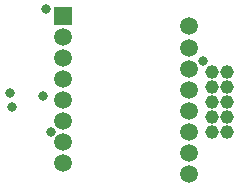
<source format=gbs>
G04*
G04 #@! TF.GenerationSoftware,Altium Limited,Altium Designer,21.2.0 (30)*
G04*
G04 Layer_Color=16711935*
%FSLAX44Y44*%
%MOMM*%
G71*
G04*
G04 #@! TF.SameCoordinates,44CE51AA-34C3-4629-AC8C-4D89846EA20E*
G04*
G04*
G04 #@! TF.FilePolarity,Negative*
G04*
G01*
G75*
%ADD21C,1.5032*%
%ADD22R,1.5032X1.5032*%
%ADD23C,1.1500*%
%ADD24C,0.8032*%
D21*
X53510Y-41310D02*
D03*
Y-23510D02*
D03*
Y-59110D02*
D03*
Y47690D02*
D03*
Y29890D02*
D03*
Y12090D02*
D03*
Y-5710D02*
D03*
Y-76910D02*
D03*
X-53490Y-68010D02*
D03*
Y-50210D02*
D03*
Y-32410D02*
D03*
Y-14610D02*
D03*
Y3190D02*
D03*
Y20990D02*
D03*
Y38790D02*
D03*
D22*
Y56590D02*
D03*
D23*
X73300Y-41650D02*
D03*
Y-28950D02*
D03*
Y-16250D02*
D03*
Y-3550D02*
D03*
Y9150D02*
D03*
X86000Y-41650D02*
D03*
Y-28950D02*
D03*
Y-16250D02*
D03*
Y-3550D02*
D03*
Y9150D02*
D03*
D24*
X-69887Y-11398D02*
D03*
X65329Y18520D02*
D03*
X-96644Y-20803D02*
D03*
X-97684Y-8930D02*
D03*
X-63500Y-41750D02*
D03*
X-68000Y62500D02*
D03*
M02*

</source>
